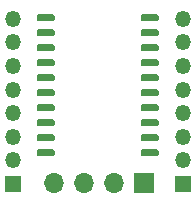
<source format=gts>
%TF.GenerationSoftware,KiCad,Pcbnew,(5.1.8)-1*%
%TF.CreationDate,2021-04-09T20:26:06+02:00*%
%TF.ProjectId,attnode_v3_micro,6174746e-6f64-4655-9f76-335f6d696372,rev?*%
%TF.SameCoordinates,Original*%
%TF.FileFunction,Soldermask,Top*%
%TF.FilePolarity,Negative*%
%FSLAX46Y46*%
G04 Gerber Fmt 4.6, Leading zero omitted, Abs format (unit mm)*
G04 Created by KiCad (PCBNEW (5.1.8)-1) date 2021-04-09 20:26:06*
%MOMM*%
%LPD*%
G01*
G04 APERTURE LIST*
%ADD10O,1.700000X1.700000*%
%ADD11R,1.700000X1.700000*%
%ADD12R,1.350000X1.350000*%
%ADD13O,1.350000X1.350000*%
G04 APERTURE END LIST*
D10*
%TO.C,J3*%
X54330000Y-64930000D03*
X56870000Y-64930000D03*
X59410000Y-64930000D03*
D11*
X61950000Y-64930000D03*
%TD*%
%TO.C,U1*%
G36*
G01*
X63185000Y-62215000D02*
X63185000Y-62515000D01*
G75*
G02*
X63035000Y-62665000I-150000J0D01*
G01*
X61785000Y-62665000D01*
G75*
G02*
X61635000Y-62515000I0J150000D01*
G01*
X61635000Y-62215000D01*
G75*
G02*
X61785000Y-62065000I150000J0D01*
G01*
X63035000Y-62065000D01*
G75*
G02*
X63185000Y-62215000I0J-150000D01*
G01*
G37*
G36*
G01*
X63185000Y-60945000D02*
X63185000Y-61245000D01*
G75*
G02*
X63035000Y-61395000I-150000J0D01*
G01*
X61785000Y-61395000D01*
G75*
G02*
X61635000Y-61245000I0J150000D01*
G01*
X61635000Y-60945000D01*
G75*
G02*
X61785000Y-60795000I150000J0D01*
G01*
X63035000Y-60795000D01*
G75*
G02*
X63185000Y-60945000I0J-150000D01*
G01*
G37*
G36*
G01*
X63185000Y-59675000D02*
X63185000Y-59975000D01*
G75*
G02*
X63035000Y-60125000I-150000J0D01*
G01*
X61785000Y-60125000D01*
G75*
G02*
X61635000Y-59975000I0J150000D01*
G01*
X61635000Y-59675000D01*
G75*
G02*
X61785000Y-59525000I150000J0D01*
G01*
X63035000Y-59525000D01*
G75*
G02*
X63185000Y-59675000I0J-150000D01*
G01*
G37*
G36*
G01*
X63185000Y-58405000D02*
X63185000Y-58705000D01*
G75*
G02*
X63035000Y-58855000I-150000J0D01*
G01*
X61785000Y-58855000D01*
G75*
G02*
X61635000Y-58705000I0J150000D01*
G01*
X61635000Y-58405000D01*
G75*
G02*
X61785000Y-58255000I150000J0D01*
G01*
X63035000Y-58255000D01*
G75*
G02*
X63185000Y-58405000I0J-150000D01*
G01*
G37*
G36*
G01*
X63185000Y-57135000D02*
X63185000Y-57435000D01*
G75*
G02*
X63035000Y-57585000I-150000J0D01*
G01*
X61785000Y-57585000D01*
G75*
G02*
X61635000Y-57435000I0J150000D01*
G01*
X61635000Y-57135000D01*
G75*
G02*
X61785000Y-56985000I150000J0D01*
G01*
X63035000Y-56985000D01*
G75*
G02*
X63185000Y-57135000I0J-150000D01*
G01*
G37*
G36*
G01*
X63185000Y-55865000D02*
X63185000Y-56165000D01*
G75*
G02*
X63035000Y-56315000I-150000J0D01*
G01*
X61785000Y-56315000D01*
G75*
G02*
X61635000Y-56165000I0J150000D01*
G01*
X61635000Y-55865000D01*
G75*
G02*
X61785000Y-55715000I150000J0D01*
G01*
X63035000Y-55715000D01*
G75*
G02*
X63185000Y-55865000I0J-150000D01*
G01*
G37*
G36*
G01*
X63185000Y-54595000D02*
X63185000Y-54895000D01*
G75*
G02*
X63035000Y-55045000I-150000J0D01*
G01*
X61785000Y-55045000D01*
G75*
G02*
X61635000Y-54895000I0J150000D01*
G01*
X61635000Y-54595000D01*
G75*
G02*
X61785000Y-54445000I150000J0D01*
G01*
X63035000Y-54445000D01*
G75*
G02*
X63185000Y-54595000I0J-150000D01*
G01*
G37*
G36*
G01*
X63185000Y-53325000D02*
X63185000Y-53625000D01*
G75*
G02*
X63035000Y-53775000I-150000J0D01*
G01*
X61785000Y-53775000D01*
G75*
G02*
X61635000Y-53625000I0J150000D01*
G01*
X61635000Y-53325000D01*
G75*
G02*
X61785000Y-53175000I150000J0D01*
G01*
X63035000Y-53175000D01*
G75*
G02*
X63185000Y-53325000I0J-150000D01*
G01*
G37*
G36*
G01*
X63185000Y-52055000D02*
X63185000Y-52355000D01*
G75*
G02*
X63035000Y-52505000I-150000J0D01*
G01*
X61785000Y-52505000D01*
G75*
G02*
X61635000Y-52355000I0J150000D01*
G01*
X61635000Y-52055000D01*
G75*
G02*
X61785000Y-51905000I150000J0D01*
G01*
X63035000Y-51905000D01*
G75*
G02*
X63185000Y-52055000I0J-150000D01*
G01*
G37*
G36*
G01*
X63185000Y-50785000D02*
X63185000Y-51085000D01*
G75*
G02*
X63035000Y-51235000I-150000J0D01*
G01*
X61785000Y-51235000D01*
G75*
G02*
X61635000Y-51085000I0J150000D01*
G01*
X61635000Y-50785000D01*
G75*
G02*
X61785000Y-50635000I150000J0D01*
G01*
X63035000Y-50635000D01*
G75*
G02*
X63185000Y-50785000I0J-150000D01*
G01*
G37*
G36*
G01*
X54385000Y-50785000D02*
X54385000Y-51085000D01*
G75*
G02*
X54235000Y-51235000I-150000J0D01*
G01*
X52985000Y-51235000D01*
G75*
G02*
X52835000Y-51085000I0J150000D01*
G01*
X52835000Y-50785000D01*
G75*
G02*
X52985000Y-50635000I150000J0D01*
G01*
X54235000Y-50635000D01*
G75*
G02*
X54385000Y-50785000I0J-150000D01*
G01*
G37*
G36*
G01*
X54385000Y-52055000D02*
X54385000Y-52355000D01*
G75*
G02*
X54235000Y-52505000I-150000J0D01*
G01*
X52985000Y-52505000D01*
G75*
G02*
X52835000Y-52355000I0J150000D01*
G01*
X52835000Y-52055000D01*
G75*
G02*
X52985000Y-51905000I150000J0D01*
G01*
X54235000Y-51905000D01*
G75*
G02*
X54385000Y-52055000I0J-150000D01*
G01*
G37*
G36*
G01*
X54385000Y-53325000D02*
X54385000Y-53625000D01*
G75*
G02*
X54235000Y-53775000I-150000J0D01*
G01*
X52985000Y-53775000D01*
G75*
G02*
X52835000Y-53625000I0J150000D01*
G01*
X52835000Y-53325000D01*
G75*
G02*
X52985000Y-53175000I150000J0D01*
G01*
X54235000Y-53175000D01*
G75*
G02*
X54385000Y-53325000I0J-150000D01*
G01*
G37*
G36*
G01*
X54385000Y-54595000D02*
X54385000Y-54895000D01*
G75*
G02*
X54235000Y-55045000I-150000J0D01*
G01*
X52985000Y-55045000D01*
G75*
G02*
X52835000Y-54895000I0J150000D01*
G01*
X52835000Y-54595000D01*
G75*
G02*
X52985000Y-54445000I150000J0D01*
G01*
X54235000Y-54445000D01*
G75*
G02*
X54385000Y-54595000I0J-150000D01*
G01*
G37*
G36*
G01*
X54385000Y-55865000D02*
X54385000Y-56165000D01*
G75*
G02*
X54235000Y-56315000I-150000J0D01*
G01*
X52985000Y-56315000D01*
G75*
G02*
X52835000Y-56165000I0J150000D01*
G01*
X52835000Y-55865000D01*
G75*
G02*
X52985000Y-55715000I150000J0D01*
G01*
X54235000Y-55715000D01*
G75*
G02*
X54385000Y-55865000I0J-150000D01*
G01*
G37*
G36*
G01*
X54385000Y-57135000D02*
X54385000Y-57435000D01*
G75*
G02*
X54235000Y-57585000I-150000J0D01*
G01*
X52985000Y-57585000D01*
G75*
G02*
X52835000Y-57435000I0J150000D01*
G01*
X52835000Y-57135000D01*
G75*
G02*
X52985000Y-56985000I150000J0D01*
G01*
X54235000Y-56985000D01*
G75*
G02*
X54385000Y-57135000I0J-150000D01*
G01*
G37*
G36*
G01*
X54385000Y-58405000D02*
X54385000Y-58705000D01*
G75*
G02*
X54235000Y-58855000I-150000J0D01*
G01*
X52985000Y-58855000D01*
G75*
G02*
X52835000Y-58705000I0J150000D01*
G01*
X52835000Y-58405000D01*
G75*
G02*
X52985000Y-58255000I150000J0D01*
G01*
X54235000Y-58255000D01*
G75*
G02*
X54385000Y-58405000I0J-150000D01*
G01*
G37*
G36*
G01*
X54385000Y-59675000D02*
X54385000Y-59975000D01*
G75*
G02*
X54235000Y-60125000I-150000J0D01*
G01*
X52985000Y-60125000D01*
G75*
G02*
X52835000Y-59975000I0J150000D01*
G01*
X52835000Y-59675000D01*
G75*
G02*
X52985000Y-59525000I150000J0D01*
G01*
X54235000Y-59525000D01*
G75*
G02*
X54385000Y-59675000I0J-150000D01*
G01*
G37*
G36*
G01*
X54385000Y-60945000D02*
X54385000Y-61245000D01*
G75*
G02*
X54235000Y-61395000I-150000J0D01*
G01*
X52985000Y-61395000D01*
G75*
G02*
X52835000Y-61245000I0J150000D01*
G01*
X52835000Y-60945000D01*
G75*
G02*
X52985000Y-60795000I150000J0D01*
G01*
X54235000Y-60795000D01*
G75*
G02*
X54385000Y-60945000I0J-150000D01*
G01*
G37*
G36*
G01*
X54385000Y-62215000D02*
X54385000Y-62515000D01*
G75*
G02*
X54235000Y-62665000I-150000J0D01*
G01*
X52985000Y-62665000D01*
G75*
G02*
X52835000Y-62515000I0J150000D01*
G01*
X52835000Y-62215000D01*
G75*
G02*
X52985000Y-62065000I150000J0D01*
G01*
X54235000Y-62065000D01*
G75*
G02*
X54385000Y-62215000I0J-150000D01*
G01*
G37*
%TD*%
D12*
%TO.C,J1*%
X50800000Y-65000000D03*
D13*
X50800000Y-63000000D03*
X50800000Y-61000000D03*
X50800000Y-59000000D03*
X50800000Y-57000000D03*
X50800000Y-55000000D03*
X50800000Y-53000000D03*
X50800000Y-51000000D03*
%TD*%
%TO.C,J2*%
X65200000Y-51000000D03*
X65200000Y-53000000D03*
X65200000Y-55000000D03*
X65200000Y-57000000D03*
X65200000Y-59000000D03*
X65200000Y-61000000D03*
X65200000Y-63000000D03*
D12*
X65200000Y-65000000D03*
%TD*%
M02*

</source>
